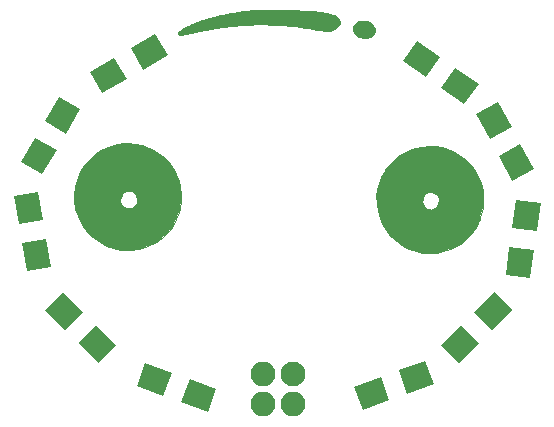
<source format=gts>
G04 #@! TF.FileFunction,Soldermask,Top*
%FSLAX46Y46*%
G04 Gerber Fmt 4.6, Leading zero omitted, Abs format (unit mm)*
G04 Created by KiCad (PCBNEW 4.0.7) date 06/13/18 17:28:52*
%MOMM*%
%LPD*%
G01*
G04 APERTURE LIST*
%ADD10C,0.100000*%
%ADD11C,0.010000*%
%ADD12C,2.100000*%
%ADD13O,2.100000X2.100000*%
G04 APERTURE END LIST*
D10*
D11*
G36*
X113355061Y-96430640D02*
X113907018Y-96514209D01*
X114202834Y-96588247D01*
X114351693Y-96641196D01*
X114550133Y-96724967D01*
X114774347Y-96828156D01*
X115000530Y-96939359D01*
X115204876Y-97047173D01*
X115363581Y-97140195D01*
X115386911Y-97155457D01*
X115599392Y-97307880D01*
X115821287Y-97483745D01*
X116031103Y-97664707D01*
X116207347Y-97832419D01*
X116305541Y-97939639D01*
X116674500Y-98446775D01*
X116972416Y-98989758D01*
X117196663Y-99560239D01*
X117344615Y-100149870D01*
X117413647Y-100750302D01*
X117401132Y-101353185D01*
X117395988Y-101406571D01*
X117362369Y-101640872D01*
X117309157Y-101904346D01*
X117242590Y-102173467D01*
X117168908Y-102424709D01*
X117094352Y-102634547D01*
X117037501Y-102758198D01*
X116993055Y-102852433D01*
X116975667Y-102914503D01*
X116952521Y-102977787D01*
X116890044Y-103093081D01*
X116798679Y-103243905D01*
X116688866Y-103413776D01*
X116571047Y-103586214D01*
X116455664Y-103744737D01*
X116421744Y-103788833D01*
X116044297Y-104204978D01*
X115603661Y-104573483D01*
X115111000Y-104887205D01*
X114577478Y-105139003D01*
X114033500Y-105316801D01*
X113747216Y-105374776D01*
X113411252Y-105417315D01*
X113053874Y-105442860D01*
X112703350Y-105449853D01*
X112387947Y-105436736D01*
X112216755Y-105416939D01*
X111672125Y-105294305D01*
X111134837Y-105102447D01*
X110620731Y-104849705D01*
X110145645Y-104544420D01*
X109725421Y-104194930D01*
X109543885Y-104009575D01*
X109164634Y-103532222D01*
X108857481Y-103017323D01*
X108623009Y-102472652D01*
X108461802Y-101905981D01*
X108374442Y-101325086D01*
X108368502Y-101055231D01*
X112255500Y-101055231D01*
X112281190Y-101300006D01*
X112362628Y-101487045D01*
X112506373Y-101627518D01*
X112632312Y-101697336D01*
X112816088Y-101761551D01*
X112988288Y-101771221D01*
X113172082Y-101734591D01*
X113359808Y-101641295D01*
X113510592Y-101486766D01*
X113615009Y-101289839D01*
X113663634Y-101069353D01*
X113647041Y-100844143D01*
X113636790Y-100805851D01*
X113534274Y-100591037D01*
X113382040Y-100432874D01*
X113195165Y-100333517D01*
X112988727Y-100295119D01*
X112777802Y-100319833D01*
X112577467Y-100409813D01*
X112402799Y-100567213D01*
X112360606Y-100623570D01*
X112298874Y-100731947D01*
X112266702Y-100848301D01*
X112255849Y-101006486D01*
X112255500Y-101055231D01*
X108368502Y-101055231D01*
X108361513Y-100737740D01*
X108423596Y-100151718D01*
X108561276Y-99574794D01*
X108775135Y-99014741D01*
X109065757Y-98479335D01*
X109122598Y-98391687D01*
X109475797Y-97934453D01*
X109893633Y-97521775D01*
X110364106Y-97162217D01*
X110875218Y-96864344D01*
X111414968Y-96636720D01*
X111705167Y-96548381D01*
X112229994Y-96447340D01*
X112788006Y-96408221D01*
X113355061Y-96430640D01*
X113355061Y-96430640D01*
G37*
X113355061Y-96430640D02*
X113907018Y-96514209D01*
X114202834Y-96588247D01*
X114351693Y-96641196D01*
X114550133Y-96724967D01*
X114774347Y-96828156D01*
X115000530Y-96939359D01*
X115204876Y-97047173D01*
X115363581Y-97140195D01*
X115386911Y-97155457D01*
X115599392Y-97307880D01*
X115821287Y-97483745D01*
X116031103Y-97664707D01*
X116207347Y-97832419D01*
X116305541Y-97939639D01*
X116674500Y-98446775D01*
X116972416Y-98989758D01*
X117196663Y-99560239D01*
X117344615Y-100149870D01*
X117413647Y-100750302D01*
X117401132Y-101353185D01*
X117395988Y-101406571D01*
X117362369Y-101640872D01*
X117309157Y-101904346D01*
X117242590Y-102173467D01*
X117168908Y-102424709D01*
X117094352Y-102634547D01*
X117037501Y-102758198D01*
X116993055Y-102852433D01*
X116975667Y-102914503D01*
X116952521Y-102977787D01*
X116890044Y-103093081D01*
X116798679Y-103243905D01*
X116688866Y-103413776D01*
X116571047Y-103586214D01*
X116455664Y-103744737D01*
X116421744Y-103788833D01*
X116044297Y-104204978D01*
X115603661Y-104573483D01*
X115111000Y-104887205D01*
X114577478Y-105139003D01*
X114033500Y-105316801D01*
X113747216Y-105374776D01*
X113411252Y-105417315D01*
X113053874Y-105442860D01*
X112703350Y-105449853D01*
X112387947Y-105436736D01*
X112216755Y-105416939D01*
X111672125Y-105294305D01*
X111134837Y-105102447D01*
X110620731Y-104849705D01*
X110145645Y-104544420D01*
X109725421Y-104194930D01*
X109543885Y-104009575D01*
X109164634Y-103532222D01*
X108857481Y-103017323D01*
X108623009Y-102472652D01*
X108461802Y-101905981D01*
X108374442Y-101325086D01*
X108368502Y-101055231D01*
X112255500Y-101055231D01*
X112281190Y-101300006D01*
X112362628Y-101487045D01*
X112506373Y-101627518D01*
X112632312Y-101697336D01*
X112816088Y-101761551D01*
X112988288Y-101771221D01*
X113172082Y-101734591D01*
X113359808Y-101641295D01*
X113510592Y-101486766D01*
X113615009Y-101289839D01*
X113663634Y-101069353D01*
X113647041Y-100844143D01*
X113636790Y-100805851D01*
X113534274Y-100591037D01*
X113382040Y-100432874D01*
X113195165Y-100333517D01*
X112988727Y-100295119D01*
X112777802Y-100319833D01*
X112577467Y-100409813D01*
X112402799Y-100567213D01*
X112360606Y-100623570D01*
X112298874Y-100731947D01*
X112266702Y-100848301D01*
X112255849Y-101006486D01*
X112255500Y-101055231D01*
X108368502Y-101055231D01*
X108361513Y-100737740D01*
X108423596Y-100151718D01*
X108561276Y-99574794D01*
X108775135Y-99014741D01*
X109065757Y-98479335D01*
X109122598Y-98391687D01*
X109475797Y-97934453D01*
X109893633Y-97521775D01*
X110364106Y-97162217D01*
X110875218Y-96864344D01*
X111414968Y-96636720D01*
X111705167Y-96548381D01*
X112229994Y-96447340D01*
X112788006Y-96408221D01*
X113355061Y-96430640D01*
G36*
X87941189Y-96190979D02*
X88539802Y-96316300D01*
X89110705Y-96521185D01*
X89651224Y-96804587D01*
X90158683Y-97165457D01*
X90359329Y-97338069D01*
X90777017Y-97772795D01*
X91128636Y-98254908D01*
X91411933Y-98776155D01*
X91624656Y-99328285D01*
X91764555Y-99903045D01*
X91829376Y-100492183D01*
X91816870Y-101087447D01*
X91724783Y-101680584D01*
X91635576Y-102015359D01*
X91413960Y-102594549D01*
X91123314Y-103127965D01*
X90768503Y-103611158D01*
X90354393Y-104039681D01*
X89885849Y-104409086D01*
X89367735Y-104714927D01*
X88804918Y-104952755D01*
X88253159Y-105107376D01*
X88044571Y-105140974D01*
X87780703Y-105166516D01*
X87487779Y-105183097D01*
X87192024Y-105189812D01*
X86919662Y-105185756D01*
X86696917Y-105170025D01*
X86643834Y-105162915D01*
X86039723Y-105028109D01*
X85469575Y-104819479D01*
X84938757Y-104542192D01*
X84452640Y-104201413D01*
X84016594Y-103802309D01*
X83635988Y-103350044D01*
X83316193Y-102849785D01*
X83062578Y-102306697D01*
X82880513Y-101725947D01*
X82830907Y-101494874D01*
X82790602Y-101180514D01*
X82778278Y-100904282D01*
X86681622Y-100904282D01*
X86688109Y-101110906D01*
X86741632Y-101286864D01*
X86773449Y-101338363D01*
X86957424Y-101523600D01*
X87171034Y-101634351D01*
X87402959Y-101667718D01*
X87641879Y-101620803D01*
X87728874Y-101582974D01*
X87856801Y-101490870D01*
X87978458Y-101358641D01*
X88066306Y-101218777D01*
X88088259Y-101158948D01*
X88106159Y-100986027D01*
X88089459Y-100787728D01*
X88043913Y-100601081D01*
X87981425Y-100471412D01*
X87843410Y-100333487D01*
X87663244Y-100228142D01*
X87475459Y-100173839D01*
X87418103Y-100170263D01*
X87199630Y-100210803D01*
X86993680Y-100319304D01*
X86827790Y-100480400D01*
X86805383Y-100512168D01*
X86721078Y-100695275D01*
X86681622Y-100904282D01*
X82778278Y-100904282D01*
X82774390Y-100817153D01*
X82781319Y-100434027D01*
X82810440Y-100060369D01*
X82860799Y-99725414D01*
X82893067Y-99583794D01*
X83090555Y-98992505D01*
X83359598Y-98442068D01*
X83695029Y-97937533D01*
X84091678Y-97483949D01*
X84544377Y-97086366D01*
X85047956Y-96749834D01*
X85597247Y-96479403D01*
X86187081Y-96280121D01*
X86305167Y-96250272D01*
X86539023Y-96206364D01*
X86819650Y-96171951D01*
X87109338Y-96150909D01*
X87317544Y-96146271D01*
X87941189Y-96190979D01*
X87941189Y-96190979D01*
G37*
X87941189Y-96190979D02*
X88539802Y-96316300D01*
X89110705Y-96521185D01*
X89651224Y-96804587D01*
X90158683Y-97165457D01*
X90359329Y-97338069D01*
X90777017Y-97772795D01*
X91128636Y-98254908D01*
X91411933Y-98776155D01*
X91624656Y-99328285D01*
X91764555Y-99903045D01*
X91829376Y-100492183D01*
X91816870Y-101087447D01*
X91724783Y-101680584D01*
X91635576Y-102015359D01*
X91413960Y-102594549D01*
X91123314Y-103127965D01*
X90768503Y-103611158D01*
X90354393Y-104039681D01*
X89885849Y-104409086D01*
X89367735Y-104714927D01*
X88804918Y-104952755D01*
X88253159Y-105107376D01*
X88044571Y-105140974D01*
X87780703Y-105166516D01*
X87487779Y-105183097D01*
X87192024Y-105189812D01*
X86919662Y-105185756D01*
X86696917Y-105170025D01*
X86643834Y-105162915D01*
X86039723Y-105028109D01*
X85469575Y-104819479D01*
X84938757Y-104542192D01*
X84452640Y-104201413D01*
X84016594Y-103802309D01*
X83635988Y-103350044D01*
X83316193Y-102849785D01*
X83062578Y-102306697D01*
X82880513Y-101725947D01*
X82830907Y-101494874D01*
X82790602Y-101180514D01*
X82778278Y-100904282D01*
X86681622Y-100904282D01*
X86688109Y-101110906D01*
X86741632Y-101286864D01*
X86773449Y-101338363D01*
X86957424Y-101523600D01*
X87171034Y-101634351D01*
X87402959Y-101667718D01*
X87641879Y-101620803D01*
X87728874Y-101582974D01*
X87856801Y-101490870D01*
X87978458Y-101358641D01*
X88066306Y-101218777D01*
X88088259Y-101158948D01*
X88106159Y-100986027D01*
X88089459Y-100787728D01*
X88043913Y-100601081D01*
X87981425Y-100471412D01*
X87843410Y-100333487D01*
X87663244Y-100228142D01*
X87475459Y-100173839D01*
X87418103Y-100170263D01*
X87199630Y-100210803D01*
X86993680Y-100319304D01*
X86827790Y-100480400D01*
X86805383Y-100512168D01*
X86721078Y-100695275D01*
X86681622Y-100904282D01*
X82778278Y-100904282D01*
X82774390Y-100817153D01*
X82781319Y-100434027D01*
X82810440Y-100060369D01*
X82860799Y-99725414D01*
X82893067Y-99583794D01*
X83090555Y-98992505D01*
X83359598Y-98442068D01*
X83695029Y-97937533D01*
X84091678Y-97483949D01*
X84544377Y-97086366D01*
X85047956Y-96749834D01*
X85597247Y-96479403D01*
X86187081Y-96280121D01*
X86305167Y-96250272D01*
X86539023Y-96206364D01*
X86819650Y-96171951D01*
X87109338Y-96150909D01*
X87317544Y-96146271D01*
X87941189Y-96190979D01*
G36*
X107207711Y-85796248D02*
X107239000Y-85798986D01*
X107545568Y-85843875D01*
X107777670Y-85915302D01*
X107942022Y-86015751D01*
X108004365Y-86082144D01*
X108111653Y-86231835D01*
X108173951Y-86349418D01*
X108203150Y-86465497D01*
X108211139Y-86610679D01*
X108211167Y-86614469D01*
X108205751Y-86755420D01*
X108177765Y-86848536D01*
X108113146Y-86930220D01*
X108075084Y-86966742D01*
X107957163Y-87064461D01*
X107838008Y-87146073D01*
X107814219Y-87159492D01*
X107701455Y-87201469D01*
X107557248Y-87232308D01*
X107407363Y-87249528D01*
X107277567Y-87250646D01*
X107193624Y-87233181D01*
X107178809Y-87220686D01*
X107118773Y-87185893D01*
X107028126Y-87173000D01*
X106903502Y-87140715D01*
X106757219Y-87056299D01*
X106614067Y-86938403D01*
X106498840Y-86805682D01*
X106463959Y-86748521D01*
X106405961Y-86562021D01*
X106406852Y-86362356D01*
X106462556Y-86177575D01*
X106567276Y-86037205D01*
X106735827Y-85904013D01*
X106879598Y-85826249D01*
X107027316Y-85793723D01*
X107207711Y-85796248D01*
X107207711Y-85796248D01*
G37*
X107207711Y-85796248D02*
X107239000Y-85798986D01*
X107545568Y-85843875D01*
X107777670Y-85915302D01*
X107942022Y-86015751D01*
X108004365Y-86082144D01*
X108111653Y-86231835D01*
X108173951Y-86349418D01*
X108203150Y-86465497D01*
X108211139Y-86610679D01*
X108211167Y-86614469D01*
X108205751Y-86755420D01*
X108177765Y-86848536D01*
X108113146Y-86930220D01*
X108075084Y-86966742D01*
X107957163Y-87064461D01*
X107838008Y-87146073D01*
X107814219Y-87159492D01*
X107701455Y-87201469D01*
X107557248Y-87232308D01*
X107407363Y-87249528D01*
X107277567Y-87250646D01*
X107193624Y-87233181D01*
X107178809Y-87220686D01*
X107118773Y-87185893D01*
X107028126Y-87173000D01*
X106903502Y-87140715D01*
X106757219Y-87056299D01*
X106614067Y-86938403D01*
X106498840Y-86805682D01*
X106463959Y-86748521D01*
X106405961Y-86562021D01*
X106406852Y-86362356D01*
X106462556Y-86177575D01*
X106567276Y-86037205D01*
X106735827Y-85904013D01*
X106879598Y-85826249D01*
X107027316Y-85793723D01*
X107207711Y-85796248D01*
G36*
X100071273Y-84870181D02*
X100451750Y-84875665D01*
X100844460Y-84883870D01*
X101239616Y-84894426D01*
X101627432Y-84906961D01*
X101998122Y-84921107D01*
X102341898Y-84936491D01*
X102648973Y-84952744D01*
X102909562Y-84969496D01*
X103113877Y-84986375D01*
X103252131Y-85003011D01*
X103312009Y-85017479D01*
X103397389Y-85040880D01*
X103527327Y-85054722D01*
X103587948Y-85056333D01*
X103754700Y-85069149D01*
X103971692Y-85103620D01*
X104213369Y-85153783D01*
X104454173Y-85213671D01*
X104668546Y-85277322D01*
X104830933Y-85338770D01*
X104861151Y-85353475D01*
X105056059Y-85492879D01*
X105185121Y-85667115D01*
X105240807Y-85864033D01*
X105239202Y-85963577D01*
X105179220Y-86173795D01*
X105047993Y-86348303D01*
X104840812Y-86492959D01*
X104795531Y-86516065D01*
X104677875Y-86569283D01*
X104563633Y-86608750D01*
X104442101Y-86634217D01*
X104302576Y-86645436D01*
X104134356Y-86642159D01*
X103926736Y-86624136D01*
X103669014Y-86591118D01*
X103350487Y-86542859D01*
X102960452Y-86479108D01*
X102921000Y-86472522D01*
X102684035Y-86434231D01*
X102420373Y-86393638D01*
X102179922Y-86358393D01*
X102137834Y-86352495D01*
X101961047Y-86326020D01*
X101812151Y-86300117D01*
X101714190Y-86278946D01*
X101693334Y-86272276D01*
X101623538Y-86257349D01*
X101493404Y-86241622D01*
X101327182Y-86227846D01*
X101270000Y-86224280D01*
X101112157Y-86214677D01*
X100890480Y-86200409D01*
X100625586Y-86182841D01*
X100338093Y-86163342D01*
X100052297Y-86143536D01*
X99715251Y-86123942D01*
X99335321Y-86108466D01*
X98947295Y-86098118D01*
X98585962Y-86093909D01*
X98380130Y-86094968D01*
X98070771Y-86100799D01*
X97760579Y-86109230D01*
X97461769Y-86119677D01*
X97186558Y-86131555D01*
X96947162Y-86144281D01*
X96755798Y-86157270D01*
X96624680Y-86169940D01*
X96566066Y-86181682D01*
X96514216Y-86191781D01*
X96400134Y-86204513D01*
X96246105Y-86217484D01*
X96206233Y-86220328D01*
X96008686Y-86237888D01*
X95809908Y-86261957D01*
X95652514Y-86287366D01*
X95650859Y-86287696D01*
X95520100Y-86308821D01*
X95423829Y-86315118D01*
X95393689Y-86310124D01*
X95336707Y-86308441D01*
X95224787Y-86326342D01*
X95109160Y-86353188D01*
X94939665Y-86391789D01*
X94773077Y-86420765D01*
X94688997Y-86430300D01*
X94608163Y-86437957D01*
X94506166Y-86451637D01*
X94375061Y-86472853D01*
X94206902Y-86503119D01*
X93993744Y-86543946D01*
X93727642Y-86596847D01*
X93400651Y-86663336D01*
X93004826Y-86744924D01*
X92655167Y-86817525D01*
X92473776Y-86853935D01*
X92305103Y-86885501D01*
X92181600Y-86906189D01*
X92168334Y-86908068D01*
X92046132Y-86932449D01*
X91952333Y-86964127D01*
X91948867Y-86965901D01*
X91835522Y-86998103D01*
X91711270Y-86997053D01*
X91636079Y-86971268D01*
X91575441Y-86895990D01*
X91559877Y-86806574D01*
X91587700Y-86749821D01*
X91716084Y-86646891D01*
X91857120Y-86539815D01*
X91993991Y-86440572D01*
X92109884Y-86361140D01*
X92187984Y-86313499D01*
X92211295Y-86305555D01*
X92258065Y-86294417D01*
X92355575Y-86250355D01*
X92466624Y-86191699D01*
X92585157Y-86133452D01*
X92757087Y-86059007D01*
X92963415Y-85975526D01*
X93185142Y-85890169D01*
X93403267Y-85810098D01*
X93598791Y-85742475D01*
X93752715Y-85694460D01*
X93840500Y-85673859D01*
X93924424Y-85654220D01*
X94056340Y-85614745D01*
X94179167Y-85573775D01*
X94336457Y-85522825D01*
X94480989Y-85482694D01*
X94560167Y-85465826D01*
X94668816Y-85444817D01*
X94822371Y-85409701D01*
X94958178Y-85375654D01*
X95117283Y-85336152D01*
X95258505Y-85304795D01*
X95339178Y-85290252D01*
X95435671Y-85273235D01*
X95582389Y-85242572D01*
X95745500Y-85205382D01*
X95927617Y-85165579D01*
X96107713Y-85131854D01*
X96232334Y-85113390D01*
X96380091Y-85092491D01*
X96563609Y-85060925D01*
X96696681Y-85034978D01*
X96840059Y-85008326D01*
X96948590Y-84993947D01*
X96997372Y-84994711D01*
X97050016Y-84996964D01*
X97161129Y-84986549D01*
X97295024Y-84967506D01*
X97446526Y-84944701D01*
X97598717Y-84926026D01*
X97762760Y-84910956D01*
X97949820Y-84898963D01*
X98171062Y-84889521D01*
X98437648Y-84882103D01*
X98760743Y-84876182D01*
X99151512Y-84871233D01*
X99386167Y-84868858D01*
X99712817Y-84867789D01*
X100071273Y-84870181D01*
X100071273Y-84870181D01*
G37*
X100071273Y-84870181D02*
X100451750Y-84875665D01*
X100844460Y-84883870D01*
X101239616Y-84894426D01*
X101627432Y-84906961D01*
X101998122Y-84921107D01*
X102341898Y-84936491D01*
X102648973Y-84952744D01*
X102909562Y-84969496D01*
X103113877Y-84986375D01*
X103252131Y-85003011D01*
X103312009Y-85017479D01*
X103397389Y-85040880D01*
X103527327Y-85054722D01*
X103587948Y-85056333D01*
X103754700Y-85069149D01*
X103971692Y-85103620D01*
X104213369Y-85153783D01*
X104454173Y-85213671D01*
X104668546Y-85277322D01*
X104830933Y-85338770D01*
X104861151Y-85353475D01*
X105056059Y-85492879D01*
X105185121Y-85667115D01*
X105240807Y-85864033D01*
X105239202Y-85963577D01*
X105179220Y-86173795D01*
X105047993Y-86348303D01*
X104840812Y-86492959D01*
X104795531Y-86516065D01*
X104677875Y-86569283D01*
X104563633Y-86608750D01*
X104442101Y-86634217D01*
X104302576Y-86645436D01*
X104134356Y-86642159D01*
X103926736Y-86624136D01*
X103669014Y-86591118D01*
X103350487Y-86542859D01*
X102960452Y-86479108D01*
X102921000Y-86472522D01*
X102684035Y-86434231D01*
X102420373Y-86393638D01*
X102179922Y-86358393D01*
X102137834Y-86352495D01*
X101961047Y-86326020D01*
X101812151Y-86300117D01*
X101714190Y-86278946D01*
X101693334Y-86272276D01*
X101623538Y-86257349D01*
X101493404Y-86241622D01*
X101327182Y-86227846D01*
X101270000Y-86224280D01*
X101112157Y-86214677D01*
X100890480Y-86200409D01*
X100625586Y-86182841D01*
X100338093Y-86163342D01*
X100052297Y-86143536D01*
X99715251Y-86123942D01*
X99335321Y-86108466D01*
X98947295Y-86098118D01*
X98585962Y-86093909D01*
X98380130Y-86094968D01*
X98070771Y-86100799D01*
X97760579Y-86109230D01*
X97461769Y-86119677D01*
X97186558Y-86131555D01*
X96947162Y-86144281D01*
X96755798Y-86157270D01*
X96624680Y-86169940D01*
X96566066Y-86181682D01*
X96514216Y-86191781D01*
X96400134Y-86204513D01*
X96246105Y-86217484D01*
X96206233Y-86220328D01*
X96008686Y-86237888D01*
X95809908Y-86261957D01*
X95652514Y-86287366D01*
X95650859Y-86287696D01*
X95520100Y-86308821D01*
X95423829Y-86315118D01*
X95393689Y-86310124D01*
X95336707Y-86308441D01*
X95224787Y-86326342D01*
X95109160Y-86353188D01*
X94939665Y-86391789D01*
X94773077Y-86420765D01*
X94688997Y-86430300D01*
X94608163Y-86437957D01*
X94506166Y-86451637D01*
X94375061Y-86472853D01*
X94206902Y-86503119D01*
X93993744Y-86543946D01*
X93727642Y-86596847D01*
X93400651Y-86663336D01*
X93004826Y-86744924D01*
X92655167Y-86817525D01*
X92473776Y-86853935D01*
X92305103Y-86885501D01*
X92181600Y-86906189D01*
X92168334Y-86908068D01*
X92046132Y-86932449D01*
X91952333Y-86964127D01*
X91948867Y-86965901D01*
X91835522Y-86998103D01*
X91711270Y-86997053D01*
X91636079Y-86971268D01*
X91575441Y-86895990D01*
X91559877Y-86806574D01*
X91587700Y-86749821D01*
X91716084Y-86646891D01*
X91857120Y-86539815D01*
X91993991Y-86440572D01*
X92109884Y-86361140D01*
X92187984Y-86313499D01*
X92211295Y-86305555D01*
X92258065Y-86294417D01*
X92355575Y-86250355D01*
X92466624Y-86191699D01*
X92585157Y-86133452D01*
X92757087Y-86059007D01*
X92963415Y-85975526D01*
X93185142Y-85890169D01*
X93403267Y-85810098D01*
X93598791Y-85742475D01*
X93752715Y-85694460D01*
X93840500Y-85673859D01*
X93924424Y-85654220D01*
X94056340Y-85614745D01*
X94179167Y-85573775D01*
X94336457Y-85522825D01*
X94480989Y-85482694D01*
X94560167Y-85465826D01*
X94668816Y-85444817D01*
X94822371Y-85409701D01*
X94958178Y-85375654D01*
X95117283Y-85336152D01*
X95258505Y-85304795D01*
X95339178Y-85290252D01*
X95435671Y-85273235D01*
X95582389Y-85242572D01*
X95745500Y-85205382D01*
X95927617Y-85165579D01*
X96107713Y-85131854D01*
X96232334Y-85113390D01*
X96380091Y-85092491D01*
X96563609Y-85060925D01*
X96696681Y-85034978D01*
X96840059Y-85008326D01*
X96948590Y-84993947D01*
X96997372Y-84994711D01*
X97050016Y-84996964D01*
X97161129Y-84986549D01*
X97295024Y-84967506D01*
X97446526Y-84944701D01*
X97598717Y-84926026D01*
X97762760Y-84910956D01*
X97949820Y-84898963D01*
X98171062Y-84889521D01*
X98437648Y-84882103D01*
X98760743Y-84876182D01*
X99151512Y-84871233D01*
X99386167Y-84868858D01*
X99712817Y-84867789D01*
X100071273Y-84870181D01*
D12*
X101270000Y-115730000D03*
D13*
X101270000Y-118270000D03*
X98730000Y-115730000D03*
X98730000Y-118270000D03*
D10*
G36*
X112502895Y-114568359D02*
X113221137Y-116541713D01*
X110965875Y-117362561D01*
X110247633Y-115389207D01*
X112502895Y-114568359D01*
X112502895Y-114568359D01*
G37*
G36*
X108744125Y-115936439D02*
X109462367Y-117909793D01*
X107207105Y-118730641D01*
X106488863Y-116757287D01*
X108744125Y-115936439D01*
X108744125Y-115936439D01*
G37*
G36*
X88073863Y-116732213D02*
X88792105Y-114758859D01*
X91047367Y-115579707D01*
X90329125Y-117553061D01*
X88073863Y-116732213D01*
X88073863Y-116732213D01*
G37*
G36*
X91832633Y-118100293D02*
X92550875Y-116126939D01*
X94806137Y-116947787D01*
X94087895Y-118921141D01*
X91832633Y-118100293D01*
X91832633Y-118100293D01*
G37*
G36*
X80306796Y-110239720D02*
X81791720Y-108754796D01*
X83488776Y-110451852D01*
X82003852Y-111936776D01*
X80306796Y-110239720D01*
X80306796Y-110239720D01*
G37*
G36*
X83135224Y-113068148D02*
X84620148Y-111583224D01*
X86317204Y-113280280D01*
X84832280Y-114765204D01*
X83135224Y-113068148D01*
X83135224Y-113068148D01*
G37*
G36*
X77658278Y-100662945D02*
X79726374Y-100298284D01*
X80143130Y-102661823D01*
X78075034Y-103026484D01*
X77658278Y-100662945D01*
X77658278Y-100662945D01*
G37*
G36*
X78352870Y-104602177D02*
X80420966Y-104237516D01*
X80837722Y-106601055D01*
X78769626Y-106965716D01*
X78352870Y-104602177D01*
X78352870Y-104602177D01*
G37*
G36*
X81462673Y-92207719D02*
X83281327Y-93257719D01*
X82081327Y-95336179D01*
X80262673Y-94286179D01*
X81462673Y-92207719D01*
X81462673Y-92207719D01*
G37*
G36*
X79462673Y-95671821D02*
X81281327Y-96721821D01*
X80081327Y-98800281D01*
X78262673Y-97750281D01*
X79462673Y-95671821D01*
X79462673Y-95671821D01*
G37*
G36*
X89622281Y-86898673D02*
X90672281Y-88717327D01*
X88593821Y-89917327D01*
X87543821Y-88098673D01*
X89622281Y-86898673D01*
X89622281Y-86898673D01*
G37*
G36*
X86158179Y-88898673D02*
X87208179Y-90717327D01*
X85129719Y-91917327D01*
X84079719Y-90098673D01*
X86158179Y-88898673D01*
X86158179Y-88898673D01*
G37*
G36*
X110568458Y-89194665D02*
X111772969Y-87474446D01*
X113738934Y-88851029D01*
X112534423Y-90571248D01*
X110568458Y-89194665D01*
X110568458Y-89194665D01*
G37*
G36*
X113845066Y-91488971D02*
X115049577Y-89768752D01*
X117015542Y-91145335D01*
X115811031Y-92865554D01*
X113845066Y-91488971D01*
X113845066Y-91488971D01*
G37*
G36*
X116823596Y-93679513D02*
X118677786Y-92693623D01*
X119804518Y-94812697D01*
X117950328Y-95798587D01*
X116823596Y-93679513D01*
X116823596Y-93679513D01*
G37*
G36*
X118701482Y-97211303D02*
X120555672Y-96225413D01*
X121682404Y-98344487D01*
X119828214Y-99330377D01*
X118701482Y-97211303D01*
X118701482Y-97211303D01*
G37*
G36*
X120182572Y-100952011D02*
X122262135Y-101244274D01*
X121928120Y-103620917D01*
X119848557Y-103328654D01*
X120182572Y-100952011D01*
X120182572Y-100952011D01*
G37*
G36*
X119625880Y-104913083D02*
X121705443Y-105205346D01*
X121371428Y-107581989D01*
X119291865Y-107289726D01*
X119625880Y-104913083D01*
X119625880Y-104913083D01*
G37*
G36*
X118360280Y-108754796D02*
X119845204Y-110239720D01*
X118148148Y-111936776D01*
X116663224Y-110451852D01*
X118360280Y-108754796D01*
X118360280Y-108754796D01*
G37*
G36*
X115531852Y-111583224D02*
X117016776Y-113068148D01*
X115319720Y-114765204D01*
X113834796Y-113280280D01*
X115531852Y-111583224D01*
X115531852Y-111583224D01*
G37*
M02*

</source>
